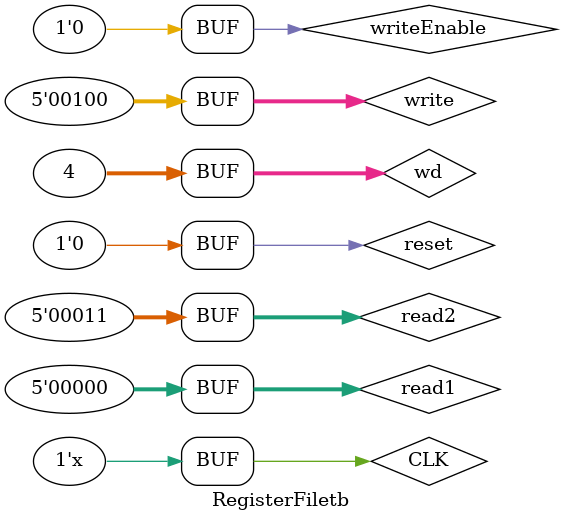
<source format=v>
`timescale 1ns / 1ps


module RegisterFiletb;

	// Inputs
	reg CLK;
	reg [4:0] read1;
	reg [4:0] read2;
	reg [31:0] wd;
	reg writeEnable;
	reg [4:0] write;
	reg reset;
	// Outputs
	wire [31:0] register1;
	wire [31:0] register2;

	// Instantiate the Unit Under Test (UUT)
	RegisterFile uut (
		.CLK(CLK), 
		.read1(read1), 
		.read2(read2), 
		.writeData(wd), 
		.RegWrite(writeEnable), 
		.write(write),  
		.reset(reset),
		.register1(register1), 
		.register2(register2)
	);
	always
	begin
	#5 CLK=~CLK;
	end
	initial
	begin
	$monitor("%b>>%b,%b>>%b",register1,read1,register2,read2);
	reset<=1;
		// Initialize Inputs
		#10
		reset<=0;
		CLK = 1;
		wd <=0;
		write<=0;
		writeEnable<=0;
		#10
      wd<=1;
		writeEnable<=0;
		write<=1;
		#10
		wd<=2;
		writeEnable<=1;
		write<=2; //Write input data at reg 2
		#10
		wd<=3;
		writeEnable<=0;
		write<=3; //Write input data at reg 3
		#10
		wd<=4;
		writeEnable<=0;
		write<=4; //Write input data at reg 4
		#10
		read1<=1;
		read2<=2;
		#10
		read1<=0;
		read2<=3;
	end
endmodule

</source>
